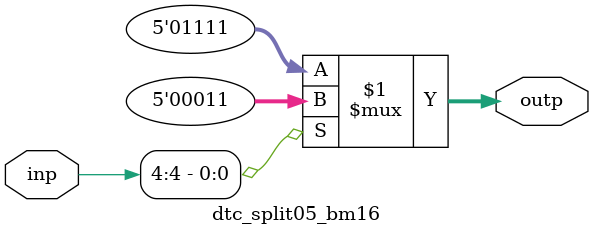
<source format=v>
module dtc_split05_bm16 (
	input  wire [5-1:0] inp,
	output wire [5-1:0] outp
);


	assign outp = (inp[4]) ? 5'b00011 : 5'b01111;

endmodule
</source>
